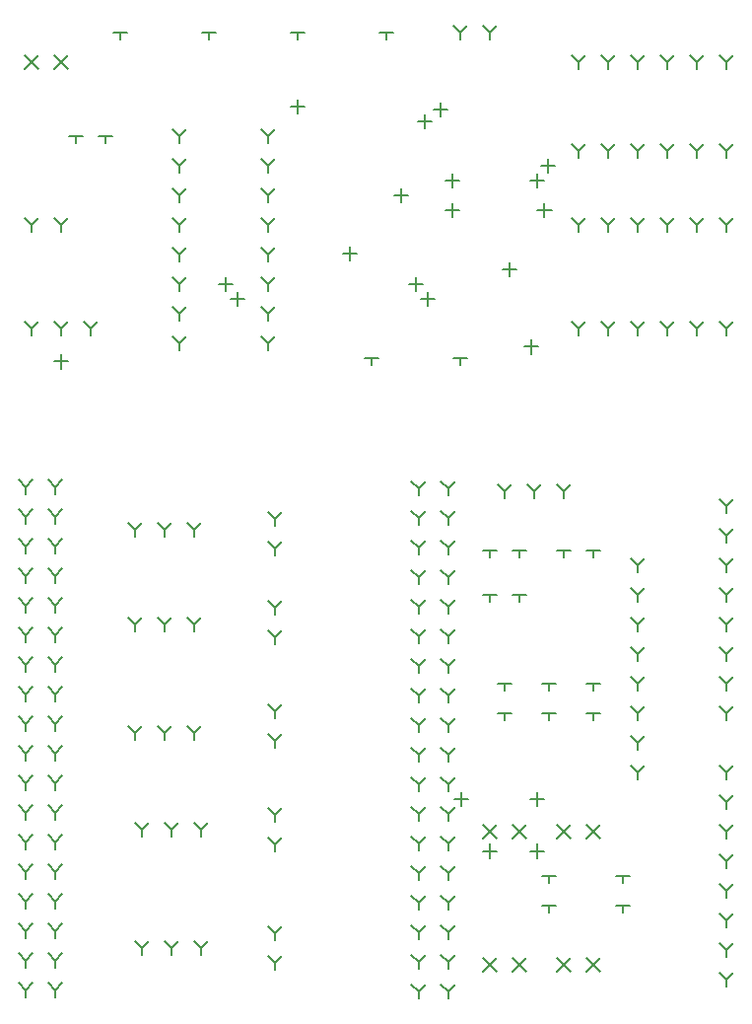
<source format=gbr>
G04 DipTrace 2.4.0.2*
%INThrough.gbr*%
%MOIN*%
G04 Drill Symbols*
G04 D=0.0191 - Cross*
G04 D=0.028 - X*
G04 D=0.0354 - Y*
G04 D=0.0394 - T*
%ADD10C,0.008*%
%FSLAX44Y44*%
G04*
G70*
G90*
G75*
G01*
X14705Y37940D2*
D10*
X15175D1*
X14940D2*
Y37705D1*
X17705Y37940D2*
X18175D1*
X17940D2*
Y37705D1*
X8705Y37940D2*
X9175D1*
X8940D2*
Y37705D1*
X11705Y37940D2*
X12175D1*
X11940D2*
Y37705D1*
X17205Y26940D2*
X17675D1*
X17440D2*
Y26705D1*
X20205Y26940D2*
X20675D1*
X20440D2*
Y26705D1*
X6705Y37175D2*
X7175Y36705D1*
Y37175D2*
X6705Y36705D1*
X5705Y37175D2*
X6175Y36705D1*
Y37175D2*
X5705Y36705D1*
Y28175D2*
X5940Y27940D1*
X6175Y28175D1*
X5940Y27940D2*
Y27705D1*
X6705Y28175D2*
X6940Y27940D1*
X7175Y28175D1*
X6940Y27940D2*
Y27705D1*
X7705Y28175D2*
X7940Y27940D1*
X8175Y28175D1*
X7940Y27940D2*
Y27705D1*
X5705Y31675D2*
X5940Y31440D1*
X6175Y31675D1*
X5940Y31440D2*
Y31205D1*
X6705Y31675D2*
X6940Y31440D1*
X7175Y31675D1*
X6940Y31440D2*
Y31205D1*
X24205Y37175D2*
X24440Y36940D1*
X24675Y37175D1*
X24440Y36940D2*
Y36705D1*
X25205Y37175D2*
X25440Y36940D1*
X25675Y37175D1*
X25440Y36940D2*
Y36705D1*
X26205Y37175D2*
X26440Y36940D1*
X26675Y37175D1*
X26440Y36940D2*
Y36705D1*
X27205Y37175D2*
X27440Y36940D1*
X27675Y37175D1*
X27440Y36940D2*
Y36705D1*
X28205Y37175D2*
X28440Y36940D1*
X28675Y37175D1*
X28440Y36940D2*
Y36705D1*
X29205Y37175D2*
X29440Y36940D1*
X29675Y37175D1*
X29440Y36940D2*
Y36705D1*
X24205Y34175D2*
X24440Y33940D1*
X24675Y34175D1*
X24440Y33940D2*
Y33705D1*
X25205Y34175D2*
X25440Y33940D1*
X25675Y34175D1*
X25440Y33940D2*
Y33705D1*
X26205Y34175D2*
X26440Y33940D1*
X26675Y34175D1*
X26440Y33940D2*
Y33705D1*
X27205Y34175D2*
X27440Y33940D1*
X27675Y34175D1*
X27440Y33940D2*
Y33705D1*
X28205Y34175D2*
X28440Y33940D1*
X28675Y34175D1*
X28440Y33940D2*
Y33705D1*
X29205Y34175D2*
X29440Y33940D1*
X29675Y34175D1*
X29440Y33940D2*
Y33705D1*
X24205Y31675D2*
X24440Y31440D1*
X24675Y31675D1*
X24440Y31440D2*
Y31205D1*
X25205Y31675D2*
X25440Y31440D1*
X25675Y31675D1*
X25440Y31440D2*
Y31205D1*
X26205Y31675D2*
X26440Y31440D1*
X26675Y31675D1*
X26440Y31440D2*
Y31205D1*
X27205Y31675D2*
X27440Y31440D1*
X27675Y31675D1*
X27440Y31440D2*
Y31205D1*
X28205Y31675D2*
X28440Y31440D1*
X28675Y31675D1*
X28440Y31440D2*
Y31205D1*
X29205Y31675D2*
X29440Y31440D1*
X29675Y31675D1*
X29440Y31440D2*
Y31205D1*
X24205Y28175D2*
X24440Y27940D1*
X24675Y28175D1*
X24440Y27940D2*
Y27705D1*
X25205Y28175D2*
X25440Y27940D1*
X25675Y28175D1*
X25440Y27940D2*
Y27705D1*
X26205Y28175D2*
X26440Y27940D1*
X26675Y28175D1*
X26440Y27940D2*
Y27705D1*
X27205Y28175D2*
X27440Y27940D1*
X27675Y28175D1*
X27440Y27940D2*
Y27705D1*
X28205Y28175D2*
X28440Y27940D1*
X28675Y28175D1*
X28440Y27940D2*
Y27705D1*
X29205Y28175D2*
X29440Y27940D1*
X29675Y28175D1*
X29440Y27940D2*
Y27705D1*
X20205Y38175D2*
X20440Y37940D1*
X20675Y38175D1*
X20440Y37940D2*
Y37705D1*
X21205Y38175D2*
X21440Y37940D1*
X21675Y38175D1*
X21440Y37940D2*
Y37705D1*
X7205Y34440D2*
X7675D1*
X7440D2*
Y34205D1*
X8205Y34440D2*
X8675D1*
X8440D2*
Y34205D1*
X10705Y34675D2*
X10940Y34440D1*
X11175Y34675D1*
X10940Y34440D2*
Y34205D1*
X10705Y33675D2*
X10940Y33440D1*
X11175Y33675D1*
X10940Y33440D2*
Y33205D1*
X10705Y32675D2*
X10940Y32440D1*
X11175Y32675D1*
X10940Y32440D2*
Y32205D1*
X10705Y31675D2*
X10940Y31440D1*
X11175Y31675D1*
X10940Y31440D2*
Y31205D1*
X10705Y30675D2*
X10940Y30440D1*
X11175Y30675D1*
X10940Y30440D2*
Y30205D1*
X10705Y29675D2*
X10940Y29440D1*
X11175Y29675D1*
X10940Y29440D2*
Y29205D1*
X10705Y28675D2*
X10940Y28440D1*
X11175Y28675D1*
X10940Y28440D2*
Y28205D1*
X10705Y27675D2*
X10940Y27440D1*
X11175Y27675D1*
X10940Y27440D2*
Y27205D1*
X13705Y27675D2*
X13940Y27440D1*
X14175Y27675D1*
X13940Y27440D2*
Y27205D1*
X13705Y28675D2*
X13940Y28440D1*
X14175Y28675D1*
X13940Y28440D2*
Y28205D1*
X13705Y29675D2*
X13940Y29440D1*
X14175Y29675D1*
X13940Y29440D2*
Y29205D1*
X13705Y30675D2*
X13940Y30440D1*
X14175Y30675D1*
X13940Y30440D2*
Y30205D1*
X13705Y31675D2*
X13940Y31440D1*
X14175Y31675D1*
X13940Y31440D2*
Y31205D1*
X13705Y32675D2*
X13940Y32440D1*
X14175Y32675D1*
X13940Y32440D2*
Y32205D1*
X13705Y33675D2*
X13940Y33440D1*
X14175Y33675D1*
X13940Y33440D2*
Y33205D1*
X13705Y34675D2*
X13940Y34440D1*
X14175Y34675D1*
X13940Y34440D2*
Y34205D1*
X19338Y29175D2*
Y28705D1*
X19103Y28940D2*
X19573D1*
X14940Y35675D2*
Y35205D1*
X14705Y35440D2*
X15175D1*
X16717Y30705D2*
Y30235D1*
X16481Y30470D2*
X16952D1*
X19250Y35175D2*
Y34705D1*
X19015Y34940D2*
X19485D1*
X19780Y35570D2*
Y35100D1*
X19544Y35335D2*
X20015D1*
X12920Y29175D2*
Y28705D1*
X12685Y28940D2*
X13155D1*
X18943Y29675D2*
Y29205D1*
X18708Y29440D2*
X19178D1*
X22124Y30175D2*
Y29705D1*
X21889Y29940D2*
X22359D1*
X12525Y29675D2*
Y29205D1*
X12290Y29440D2*
X12760D1*
X6940Y27050D2*
Y26580D1*
X6705Y26815D2*
X7175D1*
X18460Y32675D2*
Y32205D1*
X18225Y32440D2*
X18695D1*
X20174Y33175D2*
Y32705D1*
X19939Y32940D2*
X20409D1*
X23036Y33175D2*
Y32705D1*
X22801Y32940D2*
X23271D1*
X23411Y33675D2*
Y33205D1*
X23176Y33440D2*
X23646D1*
X23295Y32175D2*
Y31705D1*
X23060Y31940D2*
X23530D1*
X20180Y32175D2*
Y31705D1*
X19945Y31940D2*
X20415D1*
X22846Y27550D2*
Y27080D1*
X22611Y27315D2*
X23081D1*
X24705Y6675D2*
X25175Y6205D1*
Y6675D2*
X24705Y6205D1*
X23705Y6675D2*
X24175Y6205D1*
Y6675D2*
X23705Y6205D1*
X22205Y6675D2*
X22675Y6205D1*
Y6675D2*
X22205Y6205D1*
X21205Y6675D2*
X21675Y6205D1*
Y6675D2*
X21205Y6205D1*
X22205Y11175D2*
X22675Y10705D1*
Y11175D2*
X22205Y10705D1*
X21205Y11175D2*
X21675Y10705D1*
Y11175D2*
X21205Y10705D1*
X24705Y11175D2*
X25175Y10705D1*
Y11175D2*
X24705Y10705D1*
X23705Y11175D2*
X24175Y10705D1*
Y11175D2*
X23705Y10705D1*
X29205Y6175D2*
X29440Y5940D1*
X29675Y6175D1*
X29440Y5940D2*
Y5705D1*
X29205Y7175D2*
X29440Y6940D1*
X29675Y7175D1*
X29440Y6940D2*
Y6705D1*
X29205Y8175D2*
X29440Y7940D1*
X29675Y8175D1*
X29440Y7940D2*
Y7705D1*
X29205Y9175D2*
X29440Y8940D1*
X29675Y9175D1*
X29440Y8940D2*
Y8705D1*
X29205Y10175D2*
X29440Y9940D1*
X29675Y10175D1*
X29440Y9940D2*
Y9705D1*
X29205Y11175D2*
X29440Y10940D1*
X29675Y11175D1*
X29440Y10940D2*
Y10705D1*
X29205Y12175D2*
X29440Y11940D1*
X29675Y12175D1*
X29440Y11940D2*
Y11705D1*
X29205Y13175D2*
X29440Y12940D1*
X29675Y13175D1*
X29440Y12940D2*
Y12705D1*
X19795Y5765D2*
X20030Y5530D1*
X20265Y5765D1*
X20030Y5530D2*
Y5295D1*
X18795Y5765D2*
X19030Y5530D1*
X19265Y5765D1*
X19030Y5530D2*
Y5295D1*
X19795Y6765D2*
X20030Y6530D1*
X20265Y6765D1*
X20030Y6530D2*
Y6295D1*
X18795Y6765D2*
X19030Y6530D1*
X19265Y6765D1*
X19030Y6530D2*
Y6295D1*
X19795Y7765D2*
X20030Y7530D1*
X20265Y7765D1*
X20030Y7530D2*
Y7295D1*
X18795Y7765D2*
X19030Y7530D1*
X19265Y7765D1*
X19030Y7530D2*
Y7295D1*
X19795Y8765D2*
X20030Y8530D1*
X20265Y8765D1*
X20030Y8530D2*
Y8295D1*
X18795Y8765D2*
X19030Y8530D1*
X19265Y8765D1*
X19030Y8530D2*
Y8295D1*
X19795Y9765D2*
X20030Y9530D1*
X20265Y9765D1*
X20030Y9530D2*
Y9295D1*
X18795Y9765D2*
X19030Y9530D1*
X19265Y9765D1*
X19030Y9530D2*
Y9295D1*
X19795Y10765D2*
X20030Y10530D1*
X20265Y10765D1*
X20030Y10530D2*
Y10295D1*
X18795Y10765D2*
X19030Y10530D1*
X19265Y10765D1*
X19030Y10530D2*
Y10295D1*
X19795Y11765D2*
X20030Y11530D1*
X20265Y11765D1*
X20030Y11530D2*
Y11295D1*
X18795Y11765D2*
X19030Y11530D1*
X19265Y11765D1*
X19030Y11530D2*
Y11295D1*
X19795Y12765D2*
X20030Y12530D1*
X20265Y12765D1*
X20030Y12530D2*
Y12295D1*
X18795Y12765D2*
X19030Y12530D1*
X19265Y12765D1*
X19030Y12530D2*
Y12295D1*
X19795Y13765D2*
X20030Y13530D1*
X20265Y13765D1*
X20030Y13530D2*
Y13295D1*
X18795Y13765D2*
X19030Y13530D1*
X19265Y13765D1*
X19030Y13530D2*
Y13295D1*
X19795Y14765D2*
X20030Y14530D1*
X20265Y14765D1*
X20030Y14530D2*
Y14295D1*
X18795Y14765D2*
X19030Y14530D1*
X19265Y14765D1*
X19030Y14530D2*
Y14295D1*
X19795Y15765D2*
X20030Y15530D1*
X20265Y15765D1*
X20030Y15530D2*
Y15295D1*
X18795Y15765D2*
X19030Y15530D1*
X19265Y15765D1*
X19030Y15530D2*
Y15295D1*
X19795Y16765D2*
X20030Y16530D1*
X20265Y16765D1*
X20030Y16530D2*
Y16295D1*
X18795Y16765D2*
X19030Y16530D1*
X19265Y16765D1*
X19030Y16530D2*
Y16295D1*
X19795Y17765D2*
X20030Y17530D1*
X20265Y17765D1*
X20030Y17530D2*
Y17295D1*
X18795Y17765D2*
X19030Y17530D1*
X19265Y17765D1*
X19030Y17530D2*
Y17295D1*
X19795Y18765D2*
X20030Y18530D1*
X20265Y18765D1*
X20030Y18530D2*
Y18295D1*
X18795Y18765D2*
X19030Y18530D1*
X19265Y18765D1*
X19030Y18530D2*
Y18295D1*
X19795Y19765D2*
X20030Y19530D1*
X20265Y19765D1*
X20030Y19530D2*
Y19295D1*
X18795Y19765D2*
X19030Y19530D1*
X19265Y19765D1*
X19030Y19530D2*
Y19295D1*
X19795Y20765D2*
X20030Y20530D1*
X20265Y20765D1*
X20030Y20530D2*
Y20295D1*
X18795Y20765D2*
X19030Y20530D1*
X19265Y20765D1*
X19030Y20530D2*
Y20295D1*
X19795Y21765D2*
X20030Y21530D1*
X20265Y21765D1*
X20030Y21530D2*
Y21295D1*
X18795Y21765D2*
X19030Y21530D1*
X19265Y21765D1*
X19030Y21530D2*
Y21295D1*
X19795Y22765D2*
X20030Y22530D1*
X20265Y22765D1*
X20030Y22530D2*
Y22295D1*
X18795Y22765D2*
X19030Y22530D1*
X19265Y22765D1*
X19030Y22530D2*
Y22295D1*
X29205Y15175D2*
X29440Y14940D1*
X29675Y15175D1*
X29440Y14940D2*
Y14705D1*
X29205Y16175D2*
X29440Y15940D1*
X29675Y16175D1*
X29440Y15940D2*
Y15705D1*
X29205Y17175D2*
X29440Y16940D1*
X29675Y17175D1*
X29440Y16940D2*
Y16705D1*
X29205Y18175D2*
X29440Y17940D1*
X29675Y18175D1*
X29440Y17940D2*
Y17705D1*
X29205Y19175D2*
X29440Y18940D1*
X29675Y19175D1*
X29440Y18940D2*
Y18705D1*
X29205Y20175D2*
X29440Y19940D1*
X29675Y20175D1*
X29440Y19940D2*
Y19705D1*
X29205Y21175D2*
X29440Y20940D1*
X29675Y21175D1*
X29440Y20940D2*
Y20705D1*
X29205Y22175D2*
X29440Y21940D1*
X29675Y22175D1*
X29440Y21940D2*
Y21705D1*
X26205Y13175D2*
X26440Y12940D1*
X26675Y13175D1*
X26440Y12940D2*
Y12705D1*
X26205Y14175D2*
X26440Y13940D1*
X26675Y14175D1*
X26440Y13940D2*
Y13705D1*
X26205Y15175D2*
X26440Y14940D1*
X26675Y15175D1*
X26440Y14940D2*
Y14705D1*
X26205Y16175D2*
X26440Y15940D1*
X26675Y16175D1*
X26440Y15940D2*
Y15705D1*
X26205Y17175D2*
X26440Y16940D1*
X26675Y17175D1*
X26440Y16940D2*
Y16705D1*
X26205Y18175D2*
X26440Y17940D1*
X26675Y18175D1*
X26440Y17940D2*
Y17705D1*
X26205Y19175D2*
X26440Y18940D1*
X26675Y19175D1*
X26440Y18940D2*
Y18705D1*
X26205Y20175D2*
X26440Y19940D1*
X26675Y20175D1*
X26440Y19940D2*
Y19705D1*
X23705Y22675D2*
X23940Y22440D1*
X24175Y22675D1*
X23940Y22440D2*
Y22205D1*
X22705Y22675D2*
X22940Y22440D1*
X23175Y22675D1*
X22940Y22440D2*
Y22205D1*
X21705Y22675D2*
X21940Y22440D1*
X22175Y22675D1*
X21940Y22440D2*
Y22205D1*
X22205Y20440D2*
X22675D1*
X22440D2*
Y20205D1*
X21205Y20440D2*
X21675D1*
X21440D2*
Y20205D1*
X22205Y18940D2*
X22675D1*
X22440D2*
Y18705D1*
X21205Y18940D2*
X21675D1*
X21440D2*
Y18705D1*
X24705Y20440D2*
X25175D1*
X24940D2*
Y20205D1*
X23705Y20440D2*
X24175D1*
X23940D2*
Y20205D1*
X23205Y14940D2*
X23675D1*
X23440D2*
Y14705D1*
X23205Y15940D2*
X23675D1*
X23440D2*
Y15705D1*
X24705Y14940D2*
X25175D1*
X24940D2*
Y14705D1*
X24705Y15940D2*
X25175D1*
X24940D2*
Y15705D1*
X21705Y14940D2*
X22175D1*
X21940D2*
Y14705D1*
X21705Y15940D2*
X22175D1*
X21940D2*
Y15705D1*
X23205Y8440D2*
X23675D1*
X23440D2*
Y8205D1*
X23205Y9440D2*
X23675D1*
X23440D2*
Y9205D1*
X25705Y8440D2*
X26175D1*
X25940D2*
Y8205D1*
X25705Y9440D2*
X26175D1*
X25940D2*
Y9205D1*
X23045Y10515D2*
Y10045D1*
X22810Y10280D2*
X23280D1*
X21440Y10515D2*
Y10045D1*
X21205Y10280D2*
X21675D1*
X23045Y12255D2*
Y11785D1*
X22810Y12020D2*
X23280D1*
X20472Y12255D2*
Y11785D1*
X20237Y12020D2*
X20707D1*
X6525Y5815D2*
X6760Y5580D1*
X6995Y5815D1*
X6760Y5580D2*
Y5345D1*
X5525Y5815D2*
X5760Y5580D1*
X5995Y5815D1*
X5760Y5580D2*
Y5345D1*
X6525Y6815D2*
X6760Y6580D1*
X6995Y6815D1*
X6760Y6580D2*
Y6345D1*
X5525Y6815D2*
X5760Y6580D1*
X5995Y6815D1*
X5760Y6580D2*
Y6345D1*
X6525Y7815D2*
X6760Y7580D1*
X6995Y7815D1*
X6760Y7580D2*
Y7345D1*
X5525Y7815D2*
X5760Y7580D1*
X5995Y7815D1*
X5760Y7580D2*
Y7345D1*
X6525Y8815D2*
X6760Y8580D1*
X6995Y8815D1*
X6760Y8580D2*
Y8345D1*
X5525Y8815D2*
X5760Y8580D1*
X5995Y8815D1*
X5760Y8580D2*
Y8345D1*
X6525Y9815D2*
X6760Y9580D1*
X6995Y9815D1*
X6760Y9580D2*
Y9345D1*
X5525Y9815D2*
X5760Y9580D1*
X5995Y9815D1*
X5760Y9580D2*
Y9345D1*
X6525Y10815D2*
X6760Y10580D1*
X6995Y10815D1*
X6760Y10580D2*
Y10345D1*
X5525Y10815D2*
X5760Y10580D1*
X5995Y10815D1*
X5760Y10580D2*
Y10345D1*
X6525Y11815D2*
X6760Y11580D1*
X6995Y11815D1*
X6760Y11580D2*
Y11345D1*
X5525Y11815D2*
X5760Y11580D1*
X5995Y11815D1*
X5760Y11580D2*
Y11345D1*
X6525Y12815D2*
X6760Y12580D1*
X6995Y12815D1*
X6760Y12580D2*
Y12345D1*
X5525Y12815D2*
X5760Y12580D1*
X5995Y12815D1*
X5760Y12580D2*
Y12345D1*
X6525Y13815D2*
X6760Y13580D1*
X6995Y13815D1*
X6760Y13580D2*
Y13345D1*
X5525Y13815D2*
X5760Y13580D1*
X5995Y13815D1*
X5760Y13580D2*
Y13345D1*
X6525Y14815D2*
X6760Y14580D1*
X6995Y14815D1*
X6760Y14580D2*
Y14345D1*
X5525Y14815D2*
X5760Y14580D1*
X5995Y14815D1*
X5760Y14580D2*
Y14345D1*
X6525Y15815D2*
X6760Y15580D1*
X6995Y15815D1*
X6760Y15580D2*
Y15345D1*
X5525Y15815D2*
X5760Y15580D1*
X5995Y15815D1*
X5760Y15580D2*
Y15345D1*
X6525Y16815D2*
X6760Y16580D1*
X6995Y16815D1*
X6760Y16580D2*
Y16345D1*
X5525Y16815D2*
X5760Y16580D1*
X5995Y16815D1*
X5760Y16580D2*
Y16345D1*
X6525Y17815D2*
X6760Y17580D1*
X6995Y17815D1*
X6760Y17580D2*
Y17345D1*
X5525Y17815D2*
X5760Y17580D1*
X5995Y17815D1*
X5760Y17580D2*
Y17345D1*
X6525Y18815D2*
X6760Y18580D1*
X6995Y18815D1*
X6760Y18580D2*
Y18345D1*
X5525Y18815D2*
X5760Y18580D1*
X5995Y18815D1*
X5760Y18580D2*
Y18345D1*
X6525Y19815D2*
X6760Y19580D1*
X6995Y19815D1*
X6760Y19580D2*
Y19345D1*
X5525Y19815D2*
X5760Y19580D1*
X5995Y19815D1*
X5760Y19580D2*
Y19345D1*
X6525Y20815D2*
X6760Y20580D1*
X6995Y20815D1*
X6760Y20580D2*
Y20345D1*
X5525Y20815D2*
X5760Y20580D1*
X5995Y20815D1*
X5760Y20580D2*
Y20345D1*
X6525Y21815D2*
X6760Y21580D1*
X6995Y21815D1*
X6760Y21580D2*
Y21345D1*
X5525Y21815D2*
X5760Y21580D1*
X5995Y21815D1*
X5760Y21580D2*
Y21345D1*
X6525Y22815D2*
X6760Y22580D1*
X6995Y22815D1*
X6760Y22580D2*
Y22345D1*
X5525Y22815D2*
X5760Y22580D1*
X5995Y22815D1*
X5760Y22580D2*
Y22345D1*
X11435Y7225D2*
X11670Y6990D1*
X11905Y7225D1*
X11670Y6990D2*
Y6755D1*
X10435Y7225D2*
X10670Y6990D1*
X10905Y7225D1*
X10670Y6990D2*
Y6755D1*
X9435Y7225D2*
X9670Y6990D1*
X9905Y7225D1*
X9670Y6990D2*
Y6755D1*
X13935Y20725D2*
X14170Y20490D1*
X14405Y20725D1*
X14170Y20490D2*
Y20255D1*
X13935Y21725D2*
X14170Y21490D1*
X14405Y21725D1*
X14170Y21490D2*
Y21255D1*
X11205Y14495D2*
X11440Y14260D1*
X11675Y14495D1*
X11440Y14260D2*
Y14025D1*
X10205Y14495D2*
X10440Y14260D1*
X10675Y14495D1*
X10440Y14260D2*
Y14025D1*
X9205Y14495D2*
X9440Y14260D1*
X9675Y14495D1*
X9440Y14260D2*
Y14025D1*
X13935Y6725D2*
X14170Y6490D1*
X14405Y6725D1*
X14170Y6490D2*
Y6255D1*
X13935Y7725D2*
X14170Y7490D1*
X14405Y7725D1*
X14170Y7490D2*
Y7255D1*
X11205Y18175D2*
X11440Y17940D1*
X11675Y18175D1*
X11440Y17940D2*
Y17705D1*
X10205Y18175D2*
X10440Y17940D1*
X10675Y18175D1*
X10440Y17940D2*
Y17705D1*
X9205Y18175D2*
X9440Y17940D1*
X9675Y18175D1*
X9440Y17940D2*
Y17705D1*
X13935Y10725D2*
X14170Y10490D1*
X14405Y10725D1*
X14170Y10490D2*
Y10255D1*
X13935Y11725D2*
X14170Y11490D1*
X14405Y11725D1*
X14170Y11490D2*
Y11255D1*
X11205Y21355D2*
X11440Y21120D1*
X11675Y21355D1*
X11440Y21120D2*
Y20885D1*
X10205Y21355D2*
X10440Y21120D1*
X10675Y21355D1*
X10440Y21120D2*
Y20885D1*
X9205Y21355D2*
X9440Y21120D1*
X9675Y21355D1*
X9440Y21120D2*
Y20885D1*
X13935Y14225D2*
X14170Y13990D1*
X14405Y14225D1*
X14170Y13990D2*
Y13755D1*
X13935Y15225D2*
X14170Y14990D1*
X14405Y15225D1*
X14170Y14990D2*
Y14755D1*
X11435Y11225D2*
X11670Y10990D1*
X11905Y11225D1*
X11670Y10990D2*
Y10755D1*
X10435Y11225D2*
X10670Y10990D1*
X10905Y11225D1*
X10670Y10990D2*
Y10755D1*
X9435Y11225D2*
X9670Y10990D1*
X9905Y11225D1*
X9670Y10990D2*
Y10755D1*
X13935Y17725D2*
X14170Y17490D1*
X14405Y17725D1*
X14170Y17490D2*
Y17255D1*
X13935Y18725D2*
X14170Y18490D1*
X14405Y18725D1*
X14170Y18490D2*
Y18255D1*
M02*

</source>
